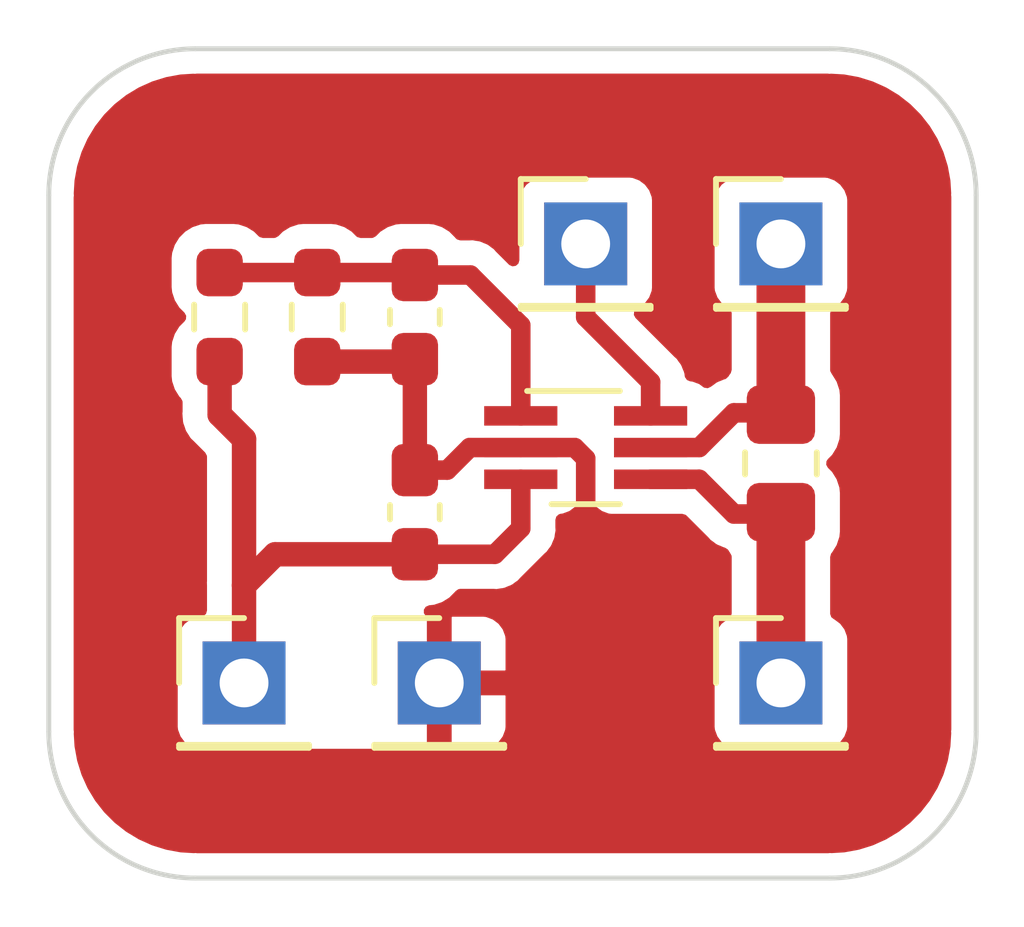
<source format=kicad_pcb>
(kicad_pcb (version 20211014) (generator pcbnew)
  (layers (0 "F.Cu" signal) (31 "B.Cu" signal) (34 "B.Paste" user) (35 "F.Paste" user) (36 "B.SilkS" user "B.Silkscreen") (37 "F.SilkS" user "F.Silkscreen") (38 "B.Mask" user) (39 "F.Mask" user) (44 "Edge.Cuts" user))
  (net 0 "")
  (net 1 "GND")
  (net 2 "+3.3V")
  (net 3 "/REF")
  (net 4 "/IN+")
  (net 5 "/IN-")
  (net 6 "/OUT")
  (footprint "Resistor_SMD:R_0603_1608Metric_Pad0.98x0.95mm_HandSolder" (layer "F.Cu") (at 143.5 57.5 90)
    (fp_text reference "R1")
    (fp_text value "100k")
    (fp_line (start -0.254724 0.5225) (end 0.254724 0.5225) (layer "F.SilkS") (width 0.12))
    (fp_line (start -0.254724 -0.5225) (end 0.254724 -0.5225) (layer "F.SilkS") (width 0.12))
    (pad "1" smd roundrect (at -0.9125 0 90) (size 0.975 0.95) (layers "F.Cu" "F.Paste" "F.Mask") (net 2 "+3.3V"))
    (pad "2" smd roundrect (at 0.9125 0 90) (size 0.975 0.95) (layers "F.Cu" "F.Paste" "F.Mask") (net 3 "/REF"))
  )
  (footprint "Resistor_SMD:R_0805_2012Metric_Pad1.20x1.40mm_HandSolder" (layer "F.Cu") (at 155 60.5 90)
    (fp_text reference "R3")
    (fp_text value "R_Sense")
    (fp_line (start -0.227064 0.735) (end 0.227064 0.735) (layer "F.SilkS") (width 0.12))
    (fp_line (start -0.227064 -0.735) (end 0.227064 -0.735) (layer "F.SilkS") (width 0.12))
    (pad "1" smd roundrect (at -1 0 90) (size 1.2 1.4) (layers "F.Cu" "F.Paste" "F.Mask") (roundrect_rratio 0.208333) (net 4 "/IN+"))
    (pad "2" smd roundrect (at 1 0 90) (size 1.2 1.4) (layers "F.Cu" "F.Paste" "F.Mask") (roundrect_rratio 0.208333) (net 5 "/IN-"))
  )
  (footprint "Capacitor_SMD:C_0603_1608Metric_Pad1.08x0.95mm_HandSolder" (layer "F.Cu") (at 147.5 57.5 -90)
    (fp_text reference "C1")
    (fp_text value "100nF")
    (fp_line (start -0.146267 -0.51) (end 0.146267 -0.51) (layer "F.SilkS") (width 0.12))
    (fp_line (start -0.146267 0.51) (end 0.146267 0.51) (layer "F.SilkS") (width 0.12))
    (pad "1" smd roundrect (at -0.8625 0 270) (size 1.075 0.95) (layers "F.Cu" "F.Paste" "F.Mask") (net 3 "/REF"))
    (pad "2" smd roundrect (at 0.8625 0 270) (size 1.075 0.95) (layers "F.Cu" "F.Paste" "F.Mask") (net 1 "GND"))
  )
  (footprint "Connector_PinHeader_2.54mm:PinHeader_1x01_P2.54mm_Vertical" (layer "F.Cu") (at 155 56)
    (fp_text reference "TP4")
    (fp_text value "IN-")
    (fp_line (start -1.33 1.33) (end 1.33 1.33) (layer "F.SilkS") (width 0.12))
    (fp_line (start -1.33 1.27) (end 1.33 1.27) (layer "F.SilkS") (width 0.12))
    (fp_line (start 1.33 1.27) (end 1.33 1.33) (layer "F.SilkS") (width 0.12))
    (fp_line (start -1.33 1.27) (end -1.33 1.33) (layer "F.SilkS") (width 0.12))
    (fp_line (start -1.33 0) (end -1.33 -1.33) (layer "F.SilkS") (width 0.12))
    (fp_line (start -1.33 -1.33) (end 0 -1.33) (layer "F.SilkS") (width 0.12))
    (pad "1" thru_hole rect (at 0 0) (size 1.7 1.7) (drill 1) (layers *.Cu *.Mask) (net 5 "/IN-"))
  )
  (footprint "Resistor_SMD:R_0603_1608Metric_Pad0.98x0.95mm_HandSolder" (layer "F.Cu") (at 145.5 57.5 -90)
    (fp_text reference "R2")
    (fp_text value "100k")
    (fp_line (start -0.254724 0.5225) (end 0.254724 0.5225) (layer "F.SilkS") (width 0.12))
    (fp_line (start -0.254724 -0.5225) (end 0.254724 -0.5225) (layer "F.SilkS") (width 0.12))
    (pad "1" smd roundrect (at -0.9125 0 270) (size 0.975 0.95) (layers "F.Cu" "F.Paste" "F.Mask") (net 3 "/REF"))
    (pad "2" smd roundrect (at 0.9125 0 270) (size 0.975 0.95) (layers "F.Cu" "F.Paste" "F.Mask") (net 1 "GND"))
  )
  (footprint "Connector_PinHeader_2.54mm:PinHeader_1x01_P2.54mm_Vertical" (layer "F.Cu") (at 144 65)
    (fp_text reference "TP1")
    (fp_text value "PS+")
    (fp_line (start -1.33 1.27) (end -1.33 1.33) (layer "F.SilkS") (width 0.12))
    (fp_line (start -1.33 1.27) (end 1.33 1.27) (layer "F.SilkS") (width 0.12))
    (fp_line (start -1.33 -1.33) (end 0 -1.33) (layer "F.SilkS") (width 0.12))
    (fp_line (start -1.33 1.33) (end 1.33 1.33) (layer "F.SilkS") (width 0.12))
    (fp_line (start 1.33 1.27) (end 1.33 1.33) (layer "F.SilkS") (width 0.12))
    (fp_line (start -1.33 0) (end -1.33 -1.33) (layer "F.SilkS") (width 0.12))
    (pad "1" thru_hole rect (at 0 0) (size 1.7 1.7) (drill 1) (layers *.Cu *.Mask) (net 2 "+3.3V"))
  )
  (footprint "Connector_PinHeader_2.54mm:PinHeader_1x01_P2.54mm_Vertical" (layer "F.Cu") (at 155 65)
    (fp_text reference "TP3")
    (fp_text value "IN+")
    (fp_line (start -1.33 0) (end -1.33 -1.33) (layer "F.SilkS") (width 0.12))
    (fp_line (start -1.33 -1.33) (end 0 -1.33) (layer "F.SilkS") (width 0.12))
    (fp_line (start 1.33 1.27) (end 1.33 1.33) (layer "F.SilkS") (width 0.12))
    (fp_line (start -1.33 1.27) (end 1.33 1.27) (layer "F.SilkS") (width 0.12))
    (fp_line (start -1.33 1.27) (end -1.33 1.33) (layer "F.SilkS") (width 0.12))
    (fp_line (start -1.33 1.33) (end 1.33 1.33) (layer "F.SilkS") (width 0.12))
    (pad "1" thru_hole rect (at 0 0) (size 1.7 1.7) (drill 1) (layers *.Cu *.Mask) (net 4 "/IN+"))
  )
  (footprint "Connector_PinHeader_2.54mm:PinHeader_1x01_P2.54mm_Vertical" (layer "F.Cu") (at 148 65)
    (fp_text reference "TP2")
    (fp_text value "PS-")
    (fp_line (start -1.33 0) (end -1.33 -1.33) (layer "F.SilkS") (width 0.12))
    (fp_line (start -1.33 1.33) (end 1.33 1.33) (layer "F.SilkS") (width 0.12))
    (fp_line (start -1.33 1.27) (end -1.33 1.33) (layer "F.SilkS") (width 0.12))
    (fp_line (start -1.33 1.27) (end 1.33 1.27) (layer "F.SilkS") (width 0.12))
    (fp_line (start -1.33 -1.33) (end 0 -1.33) (layer "F.SilkS") (width 0.12))
    (fp_line (start 1.33 1.27) (end 1.33 1.33) (layer "F.SilkS") (width 0.12))
    (pad "1" thru_hole rect (at 0 0) (size 1.7 1.7) (drill 1) (layers *.Cu *.Mask) (net 1 "GND"))
  )
  (footprint "Capacitor_SMD:C_0603_1608Metric_Pad1.08x0.95mm_HandSolder" (layer "F.Cu") (at 147.5 61.5 90)
    (fp_text reference "C2")
    (fp_text value "100nF")
    (fp_line (start -0.146267 0.51) (end 0.146267 0.51) (layer "F.SilkS") (width 0.12))
    (fp_line (start -0.146267 -0.51) (end 0.146267 -0.51) (layer "F.SilkS") (width 0.12))
    (pad "1" smd roundrect (at -0.8625 0 90) (size 1.075 0.95) (layers "F.Cu" "F.Paste" "F.Mask") (net 2 "+3.3V"))
    (pad "2" smd roundrect (at 0.8625 0 90) (size 1.075 0.95) (layers "F.Cu" "F.Paste" "F.Mask") (net 1 "GND"))
  )
  (footprint "Package_TO_SOT_SMD:SOT-363_SC-70-6_Handsoldering" (layer "F.Cu") (at 151 60.175)
    (fp_text reference "U1")
    (fp_text value "NCS199A3RSQT2G")
    (fp_line (start 0.7 -1.16) (end -1.2 -1.16) (layer "F.SilkS") (width 0.12))
    (fp_line (start -0.7 1.16) (end 0.7 1.16) (layer "F.SilkS") (width 0.12))
    (pad "1" smd rect (at -1.33 -0.65) (size 1.5 0.4) (layers "F.Cu" "F.Paste" "F.Mask") (net 3 "/REF"))
    (pad "2" smd rect (at -1.33 0) (size 1.5 0.4) (layers "F.Cu" "F.Paste" "F.Mask") (net 1 "GND"))
    (pad "3" smd rect (at -1.33 0.65) (size 1.5 0.4) (layers "F.Cu" "F.Paste" "F.Mask") (net 2 "+3.3V"))
    (pad "4" smd rect (at 1.33 0.65) (size 1.5 0.4) (layers "F.Cu" "F.Paste" "F.Mask") (net 4 "/IN+"))
    (pad "5" smd rect (at 1.33 0) (size 1.5 0.4) (layers "F.Cu" "F.Paste" "F.Mask") (net 5 "/IN-"))
    (pad "6" smd rect (at 1.33 -0.65) (size 1.5 0.4) (layers "F.Cu" "F.Paste" "F.Mask") (net 6 "/OUT"))
  )
  (footprint "Connector_PinHeader_2.54mm:PinHeader_1x01_P2.54mm_Vertical" (layer "F.Cu") (at 151 56)
    (fp_text reference "TP5")
    (fp_text value "OUT")
    (fp_line (start -1.33 1.27) (end 1.33 1.27) (layer "F.SilkS") (width 0.12))
    (fp_line (start -1.33 1.33) (end 1.33 1.33) (layer "F.SilkS") (width 0.12))
    (fp_line (start 1.33 1.27) (end 1.33 1.33) (layer "F.SilkS") (width 0.12))
    (fp_line (start -1.33 0) (end -1.33 -1.33) (layer "F.SilkS") (width 0.12))
    (fp_line (start -1.33 1.27) (end -1.33 1.33) (layer "F.SilkS") (width 0.12))
    (fp_line (start -1.33 -1.33) (end 0 -1.33) (layer "F.SilkS") (width 0.12))
    (pad "1" thru_hole rect (at 0 0) (size 1.7 1.7) (drill 1) (layers *.Cu *.Mask) (net 6 "/OUT"))
  )
  (gr_line (start 143 52) (end 156 52) (layer "Edge.Cuts") (width 0.1))
  (gr_line (start 140 66) (end 140 55) (layer "Edge.Cuts") (width 0.1))
  (gr_line (start 159 55) (end 159 66) (layer "Edge.Cuts") (width 0.1))
  (gr_arc (start 140 55) (mid 140.87868 52.87868) (end 143 52) (layer "Edge.Cuts") (width 0.1))
  (gr_line (start 156 69) (end 143 69) (layer "Edge.Cuts") (width 0.1))
  (gr_arc (start 159 66) (mid 158.12132 68.12132) (end 156 69) (layer "Edge.Cuts") (width 0.1))
  (gr_arc (start 156 52) (mid 158.12132 52.87868) (end 159 55) (layer "Edge.Cuts") (width 0.1))
  (gr_arc (start 143 69) (mid 140.87868 68.12132) (end 140 66) (layer "Edge.Cuts") (width 0.1))
  (segment (start 148.1625 60.6375) (end 148.625 60.175) (width 0.4) (layer "F.Cu") (net 1))
  (segment (start 147.5 60.6375) (end 147.5 58.3625) (width 0.5) (layer "F.Cu") (net 1))
  (segment (start 145.55 58.3625) (end 145.5 58.4125) (width 0.5) (layer "F.Cu") (net 1))
  (segment (start 151 60.4) (end 151 65) (width 0.4) (layer "F.Cu") (net 1))
  (segment (start 147.5 60.6375) (end 148.1625 60.6375) (width 0.4) (layer "F.Cu") (net 1))
  (segment (start 145.5 58.4125) (end 147.45 58.4125) (width 0.5) (layer "F.Cu") (net 1))
  (segment (start 147.45 58.4125) (end 147.5 58.3625) (width 0.5) (layer "F.Cu") (net 1))
  (segment (start 148.625 60.175) (end 149.67 60.175) (width 0.4) (layer "F.Cu") (net 1))
  (segment (start 149.67 60.175) (end 150.775 60.175) (width 0.4) (layer "F.Cu") (net 1))
  (segment (start 148 65) (end 151 65) (width 0.4) (layer "F.Cu") (net 1))
  (segment (start 150.775 60.175) (end 151 60.4) (width 0.4) (layer "F.Cu") (net 1))
  (segment (start 144 60) (end 144 63) (width 0.5) (layer "F.Cu") (net 2))
  (segment (start 144.6375 62.3625) (end 144 63) (width 0.5) (layer "F.Cu") (net 2))
  (segment (start 149.67 60.825) (end 149.67 61.83) (width 0.4) (layer "F.Cu") (net 2))
  (segment (start 143.5 58.4125) (end 143.5 59.5) (width 0.5) (layer "F.Cu") (net 2))
  (segment (start 143.5 59.5) (end 144 60) (width 0.5) (layer "F.Cu") (net 2))
  (segment (start 147.5 62.3625) (end 149.1375 62.3625) (width 0.4) (layer "F.Cu") (net 2))
  (segment (start 144 63) (end 144 65) (width 0.5) (layer "F.Cu") (net 2))
  (segment (start 149.67 61.83) (end 149.1375 62.3625) (width 0.4) (layer "F.Cu") (net 2))
  (segment (start 147.5 62.3625) (end 144.6375 62.3625) (width 0.5) (layer "F.Cu") (net 2))
  (segment (start 143.5 56.5875) (end 145.5 56.5875) (width 0.4) (layer "F.Cu") (net 3))
  (segment (start 149.67 59.525) (end 149.67 57.67) (width 0.4) (layer "F.Cu") (net 3))
  (segment (start 149.67 57.67) (end 148.6375 56.6375) (width 0.4) (layer "F.Cu") (net 3))
  (segment (start 147.5 56.6375) (end 148.6375 56.6375) (width 0.4) (layer "F.Cu") (net 3))
  (segment (start 145.5 56.5875) (end 147.45 56.5875) (width 0.4) (layer "F.Cu") (net 3))
  (segment (start 147.45 56.5875) (end 147.5 56.6375) (width 0.4) (layer "F.Cu") (net 3))
  (segment (start 153.325 60.825) (end 154.0375 61.5375) (width 0.4) (layer "F.Cu") (net 4))
  (segment (start 152.33 60.825) (end 153.325 60.825) (width 0.4) (layer "F.Cu") (net 4))
  (segment (start 155 61.5375) (end 155 65) (width 1) (layer "F.Cu") (net 4))
  (segment (start 154.0375 61.5375) (end 155 61.5375) (width 0.4) (layer "F.Cu") (net 4))
  (segment (start 153.325 60.175) (end 154.0375 59.4625) (width 0.4) (layer "F.Cu") (net 5))
  (segment (start 155 59.4625) (end 155 56) (width 1) (layer "F.Cu") (net 5))
  (segment (start 154.0375 59.4625) (end 155 59.4625) (width 0.4) (layer "F.Cu") (net 5))
  (segment (start 152.33 60.175) (end 153.325 60.175) (width 0.4) (layer "F.Cu") (net 5))
  (segment (start 152.33 58.83) (end 151 57.5) (width 0.4) (layer "F.Cu") (net 6))
  (segment (start 151.45 56.45) (end 151 56) (width 0.4) (layer "F.Cu") (net 6))
  (segment (start 151 57.5) (end 151 56) (width 0.4) (layer "F.Cu") (net 6))
  (segment (start 152.33 59.525) (end 152.33 58.83) (width 0.4) (layer "F.Cu") (net 6))
  (zone (net 1) (net_name "GND") (layer "F.Cu") (connect_pads (clearance 0.508)) (min_thickness 0.254) (fill yes (thermal_gap 0.508) (thermal_bridge_width 0.508))
    (polygon (pts (xy 160 70) (xy 139 70) (xy 139 51) (xy 160 51)))
  )
  (zone (net 0) (net_name "") (layer "F.Cu") (connect_pads (clearance 0)) (min_thickness 0.254)
    (keepout (tracks allowed) (vias allowed) (pads allowed) (copperpour not_allowed) (footprints allowed))
    (fill (thermal_gap 0.508) (thermal_bridge_width 0.508))
    (polygon (pts (xy 149 62) (xy 144.5 62) (xy 144.5 57.5) (xy 149 57.5)))
  )
  (zone (net 0) (net_name "") (layer "F.Cu") (connect_pads (clearance 0)) (min_thickness 0.254)
    (keepout (tracks allowed) (vias allowed) (pads allowed) (copperpour not_allowed) (footprints allowed))
    (fill (thermal_gap 0.508) (thermal_bridge_width 0.508))
    (polygon (pts (xy 147.5 66.35) (xy 144.5 66.35) (xy 144.5 63) (xy 147.5 63)))
  )
)
</source>
